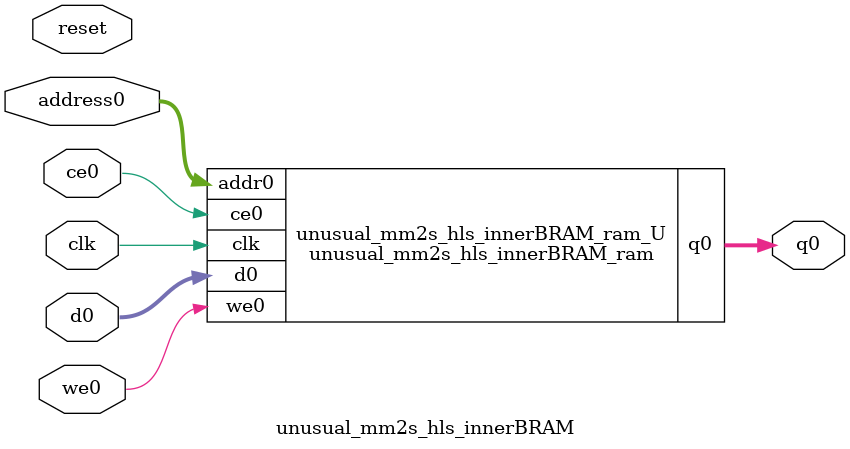
<source format=v>

`timescale 1 ns / 1 ps
module unusual_mm2s_hls_innerBRAM_ram (addr0, ce0, d0, we0, q0,  clk);

parameter DWIDTH = 32;
parameter AWIDTH = 7;
parameter MEM_SIZE = 100;

input[AWIDTH-1:0] addr0;
input ce0;
input[DWIDTH-1:0] d0;
input we0;
output reg[DWIDTH-1:0] q0;
input clk;

(* ram_style = "block" *)reg [DWIDTH-1:0] ram[MEM_SIZE-1:0];




always @(posedge clk)  
begin 
    if (ce0) 
    begin
        if (we0) 
        begin 
            ram[addr0] <= d0; 
            q0 <= d0;
        end 
        else 
            q0 <= ram[addr0];
    end
end


endmodule


`timescale 1 ns / 1 ps
module unusual_mm2s_hls_innerBRAM(
    reset,
    clk,
    address0,
    ce0,
    we0,
    d0,
    q0);

parameter DataWidth = 32'd32;
parameter AddressRange = 32'd100;
parameter AddressWidth = 32'd7;
input reset;
input clk;
input[AddressWidth - 1:0] address0;
input ce0;
input we0;
input[DataWidth - 1:0] d0;
output[DataWidth - 1:0] q0;



unusual_mm2s_hls_innerBRAM_ram unusual_mm2s_hls_innerBRAM_ram_U(
    .clk( clk ),
    .addr0( address0 ),
    .ce0( ce0 ),
    .d0( d0 ),
    .we0( we0 ),
    .q0( q0 ));

endmodule


</source>
